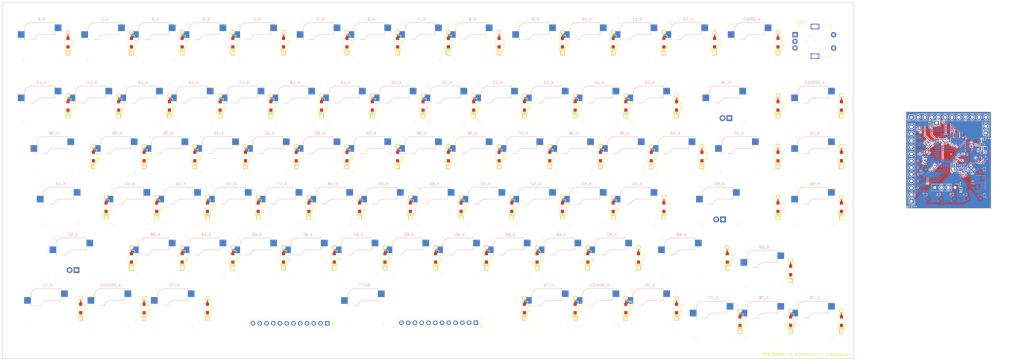
<source format=kicad_pcb>
(kicad_pcb (version 20211014) (generator pcbnew)
  (layers (0 "F.Cu" signal) (31 "B.Cu" signal) (34 "B.Paste" user) (35 "F.Paste" user) (36 "B.SilkS" user "B.Silkscreen") (37 "F.SilkS" user "F.Silkscreen") (38 "B.Mask" user) (39 "F.Mask" user) (44 "Edge.Cuts" user))
  (net 0 "")
  (net 1 "GND")
  (net 2 "VCC")
  (net 3 "/col0")
  (net 4 "/col1")
  (net 5 "/col2")
  (net 6 "/col3")
  (net 7 "/col4")
  (net 8 "/col5")
  (net 9 "/col6")
  (net 10 "/col7")
  (net 11 "/col8")
  (net 12 "/col9")
  (net 13 "/col10")
  (net 14 "/col11")
  (net 15 "/col12")
  (net 16 "/col13")
  (net 17 "/col14")
  (net 18 "/col15")
  (net 19 "/row0")
  (net 20 "/row1")
  (net 21 "/row2")
  (net 22 "/row3")
  (net 23 "/row4")
  (net 24 "/row5")
  (net 25 "/row6")
  (net 26 "Net-(D_0-Pad2)")
  (net 27 "Net-(D_1-Pad2)")
  (net 28 "Net-(D_2-Pad2)")
  (net 29 "Net-(D_3-Pad2)")
  (net 30 "Net-(D_4-Pad2)")
  (net 31 "Net-(D_5-Pad2)")
  (net 32 "Net-(D_6-Pad2)")
  (net 33 "Net-(D_7-Pad2)")
  (net 34 "Net-(D_8-Pad2)")
  (net 35 "Net-(D_9-Pad2)")
  (net 36 "Net-(D_10-Pad2)")
  (net 37 "Net-(D_11-Pad2)")
  (net 38 "Net-(D_12-Pad2)")
  (net 39 "Net-(D_SPACE-Pad2)")
  (net 40 "Net-(D_13-Pad2)")
  (net 41 "Net-(D_14-Pad2)")
  (net 42 "Net-(D_15-Pad2)")
  (net 43 "Net-(D_16-Pad2)")
  (net 44 "Net-(D_17-Pad2)")
  (net 45 "Net-(D_18-Pad2)")
  (net 46 "Net-(D_19-Pad2)")
  (net 47 "Net-(D_20-Pad2)")
  (net 48 "Net-(D_21-Pad2)")
  (net 49 "Net-(D_22-Pad2)")
  (net 50 "Net-(D_23-Pad2)")
  (net 51 "Net-(D_24-Pad2)")
  (net 52 "Net-(D_25-Pad2)")
  (net 53 "Net-(D_26-Pad2)")
  (net 54 "Net-(D_SPACE2-Pad2)")
  (net 55 "Net-(D_28-Pad2)")
  (net 56 "Net-(D_29-Pad2)")
  (net 57 "Net-(D_30-Pad2)")
  (net 58 "Net-(D_31-Pad2)")
  (net 59 "Net-(D_32-Pad2)")
  (net 60 "Net-(D_33-Pad2)")
  (net 61 "Net-(D_34-Pad2)")
  (net 62 "Net-(D_35-Pad2)")
  (net 63 "Net-(D_36-Pad2)")
  (net 64 "Net-(D_37-Pad2)")
  (net 65 "Net-(D_38-Pad2)")
  (net 66 "Net-(D_39-Pad2)")
  (net 67 "Net-(D_40-Pad2)")
  (net 68 "Net-(D_41-Pad2)")
  (net 69 "Net-(D_42-Pad2)")
  (net 70 "Net-(D_43-Pad2)")
  (net 71 "Net-(D_44-Pad2)")
  (net 72 "Net-(D_45-Pad2)")
  (net 73 "Net-(D_46-Pad2)")
  (net 74 "Net-(D_47-Pad2)")
  (net 75 "Net-(D_48-Pad2)")
  (net 76 "Net-(D_49-Pad2)")
  (net 77 "Net-(D_50-Pad2)")
  (net 78 "Net-(D_51-Pad2)")
  (net 79 "Net-(D_52-Pad2)")
  (net 80 "Net-(D_53-Pad2)")
  (net 81 "Net-(D_54-Pad2)")
  (net 82 "Net-(D_55-Pad2)")
  (net 83 "Net-(D_56-Pad2)")
  (net 84 "Net-(D_57-Pad2)")
  (net 85 "Net-(D_58-Pad2)")
  (net 86 "Net-(D_59-Pad2)")
  (net 87 "Net-(D_60-Pad2)")
  (net 88 "Net-(D_61-Pad2)")
  (net 89 "Net-(D_62-Pad2)")
  (net 90 "Net-(D_63-Pad2)")
  (net 91 "Net-(D_64-Pad2)")
  (net 92 "Net-(D_65-Pad2)")
  (net 93 "Net-(D_66-Pad2)")
  (net 94 "Net-(D_67-Pad2)")
  (net 95 "Net-(D_68-Pad2)")
  (net 96 "Net-(D_71-Pad2)")
  (net 97 "Net-(D_SPACE3-Pad2)")
  (net 98 "Net-(D_73-Pad2)")
  (net 99 "Net-(D_74-Pad2)")
  (net 100 "Net-(D_75-Pad2)")
  (net 101 "Net-(D_SPACE4-Pad2)")
  (net 102 "Net-(D_76-Pad2)")
  (net 103 "Net-(D_69-Pad2)")
  (net 104 "Net-(D_77-Pad2)")
  (net 105 "Net-(D_78-Pad2)")
  (net 106 "Net-(D_79-Pad2)")
  (net 107 "Net-(C1-Pad1)")
  (net 108 "Net-(C2-Pad1)")
  (net 109 "Net-(R1-Pad1)")
  (net 110 "Net-(R2-Pad1)")
  (net 111 "Net-(R3-Pad1)")
  (net 112 "Net-(R4-Pad1)")
  (net 113 "Net-(USB1-Pad2)")
  (net 114 "Net-(USB1-Pad3)")
  (net 115 "Net-(C3-Pad1)")
  (net 116 "Net-(U1-Pad1)")
  (net 117 "Net-(U1-Pad7)")
  (net 118 "Net-(U1-Pad42)")
  (net 119 "Net-(U1-Pad43)")
  (net 120 "Net-(U1-Pad44)")
  (footprint "keyswitches:Kailh_socket_MX" (layer "F.Cu") (at 216.57 238.97)
    (fp_text reference "K_59")
    (fp_text value "KEYSW")
  )
  (footprint "keyswitches:Kailh_socket_MX" (layer "F.Cu") (at 197.52 158.0075)
    (fp_text reference "K_2")
    (fp_text value "KEYSW")
  )
  (footprint "keyboard_parts:D_SOD123_axial" (layer "F.Cu") (at 259.9325 182.32 90)
    (fp_text reference "D_18")
    (fp_text value "D" hide)
  )
  (footprint "keyswitches:Kailh_socket_MX" (layer "F.Cu") (at 235.62 238.97)
    (fp_text reference "K_60")
    (fp_text value "KEYSW")
  )
  (footprint "keyboard_parts:D_SOD123_axial" (layer "F.Cu") (at 164.6825 158.5075 90)
    (fp_text reference "D_0")
    (fp_text value "D" hide)
  )
  (footprint "keyboard_parts:D_SOD123_axial" (layer "F.Cu") (at 378.995 239.47 90)
    (fp_text reference "D_67")
    (fp_text value "D" hide)
  )
  (footprint "keyswitches:Kailh_socket_MX" (layer "F.Cu") (at 395.16375 238.97)
    (fp_text reference "K_68")
    (fp_text value "KEYSW")
  )
  (footprint "keyboard_parts:D_SOD123_axial" (layer "F.Cu") (at 431.3825 158.5075 90)
    (fp_text reference "D_SPACE")
    (fp_text value "D" hide)
  )
  (footprint "keyboard_parts:D_SOD123_axial" (layer "F.Cu") (at 355.1825 258.52 90)
    (fp_text reference "D_75")
    (fp_text value "D" hide)
  )
  (footprint "keyboard_parts:D_SOD123_axial" (layer "F.Cu") (at 307.5575 158.5075 90)
    (fp_text reference "D_7")
    (fp_text value "D" hide)
  )
  (footprint "keyswitches:Kailh_socket_MX" (layer "F.Cu") (at 345.1575 258.02)
    (fp_text reference "K_75")
    (fp_text value "KEYSW")
  )
  (footprint "keyboard_parts:D_SOD123_axial" (layer "F.Cu") (at 431.3825 220.42 90)
    (fp_text reference "D_55")
    (fp_text value "D" hide)
  )
  (footprint "keyboard_parts:D_SOD123_axial" (layer "F.Cu") (at 407.57 158.5075 90)
    (fp_text reference "D_12")
    (fp_text value "D" hide)
  )
  (footprint "keyswitches:Kailh_socket_MX" (layer "F.Cu") (at 359.445 158.0075)
    (fp_text reference "K_10")
    (fp_text value "KEYSW")
  )
  (footprint "keyswitches:Kailh_socket_MX" (layer "F.Cu") (at 316.5825 200.87)
    (fp_text reference "K_36")
    (fp_text value "KEYSW")
  )
  (footprint "keyboard_parts:D_SOD123_axial" (layer "F.Cu") (at 312.32 220.42 90)
    (fp_text reference "D_50")
    (fp_text value "D" hide)
  )
  (footprint "keyboard_parts:D_SOD123_axial" (layer "F.Cu") (at 188.495 158.5075 90)
    (fp_text reference "D_1")
    (fp_text value "D" hide)
  )
  (footprint "keyboard_parts:D_SOD123_axial" (layer "F.Cu") (at 317.0825 182.32 90)
    (fp_text reference "D_21")
    (fp_text value "D" hide)
  )
  (footprint "keyboard_parts:D_SOD123_axial" (layer "F.Cu") (at 278.9825 182.32 90)
    (fp_text reference "D_19")
    (fp_text value "D" hide)
  )
  (footprint "keyswitches:Kailh_socket_MX" (layer "F.Cu") (at 445.17 219.92)
    (fp_text reference "K_56")
    (fp_text value "KEYSW")
  )
  (footprint "keyboard_parts:D_SOD123_axial" (layer "F.Cu") (at 217.07 220.42 90)
    (fp_text reference "D_45")
    (fp_text value "D" hide)
  )
  (footprint "keyswitches:Kailh_socket_MX" (layer "F.Cu") (at 383.2575 181.82)
    (fp_text reference "K_25")
    (fp_text value "KEYSW")
  )
  (footprint "keyboard_parts:D_SOD123_axial" (layer "F.Cu") (at 369.47 220.42 90)
    (fp_text reference "D_53")
    (fp_text value "D" hide)
  )
  (footprint "keyboard_parts:D_SOD123_axial" (layer "F.Cu") (at 455.195 182.32 90)
    (fp_text reference "D_SPACE2")
    (fp_text value "D" hide)
  )
  (footprint "keyboard_parts:D_SOD123_axial" (layer "F.Cu") (at 331.37 220.42 90)
    (fp_text reference "D_51")
    (fp_text value "D" hide)
  )
  (footprint "keyswitches:Kailh_socket_MX" (layer "F.Cu") (at 349.92 238.97)
    (fp_text reference "K_66")
    (fp_text value "KEYSW")
  )
  (footprint "Connector_PinHeader_2.54mm:PinHeader_1x12_P2.54mm_Vertical" (layer "F.Cu") (at 262.08 264.1 -90)
    (fp_text reference "REF**")
    (fp_text value "PinHeader_1x12_P2.54mm_Vertical")
  )
  (footprint "keyboard_parts:D_SOD123_axial" (layer "F.Cu") (at 250.4075 201.37 90)
    (fp_text reference "D_32")
    (fp_text value "D" hide)
  )
  (footprint "keyswitches:Kailh_socket_MX" (layer "F.Cu") (at 368.97 238.97)
    (fp_text reference "K_67")
    (fp_text value "KEYSW")
  )
  (footprint "keyboard_parts:D_SOD123_axial" (layer "F.Cu") (at 293.27 220.42 90)
    (fp_text reference "D_49")
    (fp_text value "D" hide)
  )
  (footprint "keyswitches:Kailh_socket_MX" (layer "F.Cu") (at 183.2325 200.87)
    (fp_text reference "K_29")
    (fp_text value "KEYSW")
  )
  (footprint "keyboard_parts:D_SOD123_axial" (layer "F.Cu") (at 202.7825 182.32 90)
    (fp_text reference "D_15")
    (fp_text value "D" hide)
  )
  (footprint "keyboard_parts:D_SOD123_axial" (layer "F.Cu") (at 326.6075 201.37 90)
    (fp_text reference "D_36")
    (fp_text value "D" hide)
  )
  (footprint "keyswitches:Kailh_socket_MX" (layer "F.Cu") (at 416.595 200.87)
    (fp_text reference "K_41")
    (fp_text value "KEYSW")
  )
  (footprint "keyboard_parts:D_SOD123_axial" (layer "F.Cu") (at 340.895 239.47 90)
    (fp_text reference "D_65")
    (fp_text value "D" hide)
  )
  (footprint "keyboard_parts:D_SOD123_axial" (layer "F.Cu") (at 355.1825 182.32 90)
    (fp_text reference "D_23")
    (fp_text value "D" hide)
  )
  (footprint "keyboard_parts:D_SOD123_axial" (layer "F.Cu") (at 307.5575 201.37 90)
    (fp_text reference "D_35")
    (fp_text value "D" hide)
  )
  (footprint "keyswitches:Kailh_socket_MX" (layer "F.Cu") (at 161.80125 219.92)
    (fp_text reference "K_43")
    (fp_text value "KEYSW")
  )
  (footprint "keyswitches:Kailh_socket_MX" (layer "F.Cu") (at 330.87 238.97)
    (fp_text reference "K_65")
    (fp_text value "KEYSW")
  )
  (footprint "keyswitches:Kailh_socket_MX" (layer "F.Cu") (at 340.395 219.92)
    (fp_text reference "K_52")
    (fp_text value "KEYSW")
  )
  (footprint "keyboard_parts:D_SOD123_axial" (layer "F.Cu") (at 345.6575 201.37 90)
    (fp_text reference "D_37")
    (fp_text value "D" hide)
  )
  (footprint "keyboard_parts:D_SOD123_axial" (layer "F.Cu") (at 269.4575 201.37 90)
    (fp_text reference "D_33")
    (fp_text value "D" hide)
  )
  (footprint "keyboard_parts:D_SOD123_axial" (layer "F.Cu") (at 236.12 220.42 90)
    (fp_text reference "D_46")
    (fp_text value "D" hide)
  )
  (footprint "keyswitches:Kailh_socket_MX" (layer "F.Cu") (at 273.72 238.97)
    (fp_text reference "K_62")
    (fp_text value "KEYSW")
  )
  (footprint "keyswitches:Kailh_socket_MX" (layer "F.Cu") (at 254.67 238.97)
    (fp_text reference "K_61")
    (fp_text value "KEYSW")
  )
  (footprint "keyswitches:Kailh_socket_MX" (layer "F.Cu") (at 340.395 158.0075)
    (fp_text reference "K_9")
    (fp_text value "KEYSW")
  )
  (footprint "keyboard_parts:D_SOD123_axial" (layer "F.Cu") (at 359.945 239.47 90)
    (fp_text reference "D_66")
    (fp_text value "D" hide)
  )
  (footprint "keyboard_parts:D_SOD123_axial" (layer "F.Cu") (at 212.3075 201.37 90)
    (fp_text reference "D_30")
    (fp_text value "D" hide)
  )
  (footprint "keyswitches:Kailh_socket_MX" (layer "F.Cu") (at 407.07 262.7825)
    (fp_text reference "K_77")
    (fp_text value "KEYSW")
  )
  (footprint "keyboard_parts:D_SOD123_axial" (layer "F.Cu") (at 198.02 220.42 90)
    (fp_text reference "D_44")
    (fp_text value "D" hide)
  )
  (footprint "keyswitches:Kailh_socket_MX" (layer "F.Cu") (at 192.7575 181.82)
    (fp_text reference "K_15")
    (fp_text value "KEYSW")
  )
  (footprint "keyswitches:Kailh_socket_MX" (layer "F.Cu") (at 326.1075 181.82)
    (fp_text reference "K_22")
    (fp_text value "KEYSW")
  )
  (footprint "keyboard_parts:D_SOD123_axial" (layer "F.Cu") (at 326.6075 158.5075 90)
    (fp_text reference "D_8")
    (fp_text value "D" hide)
  )
  (footprint "keyswitches:Kailh_socket_MX" (layer "F.Cu") (at 292.77 238.97)
    (fp_text reference "K_63")
    (fp_text value "KEYSW")
  )
  (footprint "Connector_PinHeader_2.54mm:PinHeader_1x04_P2.54mm_Vertical" (layer "F.Cu") (at 497.88 213.0175 -90)
    (fp_text reference "REF**")
    (fp_text value "PinHeader_1x04_P2.54mm_Vertical")
  )
  (footprint "keyswitches:Kailh_socket_MX" (layer "F.Cu") (at 335.6325 200.87)
    (fp_text reference "K_37")
    (fp_text value "KEYSW")
  )
  (footprint "keyboard_parts:D_SOD123_axial" (layer "F.Cu") (at 226.595 239.47 90)
    (fp_text reference "D_59")
    (fp_text value "D" hide)
  )
  (footprint "keyboard_parts:D_SOD123_axial" (layer "F.Cu") (at 393.2825 258.52 90)
    (fp_text reference "D_76")
    (fp_text value "D" hide)
  )
  (footprint "keyboard_parts:D_SOD123_axial" (layer "F.Cu") (at 217.07 258.52 90)
    (fp_text reference "D_73")
    (fp_text value "D" hide)
  )
  (footprint "keyswitches:Kailh_socket_MX" (layer "F.Cu") (at 268.9575 181.82)
    (fp_text reference "K_19")
    (fp_text value "KEYSW")
  )
  (footprint "keyboard_parts:D_SOD123_axial" (layer "F.Cu") (at 183.7325 182.32 90)
    (fp_text reference "D_14")
    (fp_text value "D" hide)
  )
  (footprint "keyswitches:Kailh_socket_MX" (layer "F.Cu") (at 378.495 158.0075)
    (fp_text reference "K_11")
    (fp_text value "KEYSW")
  )
  (footprint "keyswitches:Kailh_socket_MX" (layer "F.Cu") (at 383.2575 258.02)
    (fp_text reference "K_76")
    (fp_text value "KEYSW")
  )
  (footprint "keyboard_parts:D_SOD123_axial" (layer "F.Cu") (at 350.42 158.5075 90)
    (fp_text reference "D_9")
    (fp_text value "D" hide)
  )
  (footprint "keyboard_parts:D_SOD123_axial" (layer "F.Cu") (at 269.4575 158.5075 90)
    (fp_text reference "D_5")
    (fp_text value "D" hide)
  )
  (footprint "keyboard_parts:D_SOD123_axial" (layer "F.Cu") (at 288.5075 201.37 90)
    (fp_text reference "D_34")
    (fp_text value "D" hide)
  )
  (footprint "keyswitches:Kailh_socket_MX" (layer "F.Cu") (at 211.8075 181.82)
    (fp_text reference "K_16")
    (fp_text value "KEYSW")
  )
  (footprint "keyswitches:Kailh_socket_MX" (layer "F.Cu") (at 202.2825 200.87)
    (fp_text reference "K_30")
    (fp_text value "KEYSW")
  )
  (footprint "keyboard_parts:D_SOD123_axial" (layer "F.Cu") (at 412.3325 239.47 90)
    (fp_text reference "D_68")
    (fp_text value "D" hide)
  )
  (footprint "keyboard_parts:D_SOD123_axial" (layer "F.Cu") (at 245.645 239.47 90)
    (fp_text reference "D_60")
    (fp_text value "D" hide)
  )
  (footprint "keyswitches:Kailh_socket_MX" (layer "F.Cu") (at 373.7325 200.87)
    (fp_text reference "K_39")
    (fp_text value "KEYSW")
  )
  (footprint "keyswitches:Kailh_socket_MX" (layer "F.Cu") (at 426.12 262.7825)
    (fp_text reference "K_78")
    (fp_text value "KEYSW")
  )
  (footprint "Connector_PinHeader_2.54mm:PinHeader_1x01_P2.54mm_Vertical" (layer "F.Cu") (at 490.93 188.75 90)
    (fp_text reference "REF**")
    (fp_text value "PinHeader_1x01_P2.54mm_Vertical")
  )
  (footprint "keyboard_parts:D_SOD123_axial" (layer "F.Cu") (at 169.445 258.52 90)
    (fp_text reference "D_71")
    (fp_text value "D" hide)
  )
  (footprint "keyswitches:Kailh_socket_MX" (layer "F.Cu") (at 311.82 238.97)
    (fp_text reference "K_64")
    (fp_text value "KEYSW")
  )
  (footprint "keyboard_parts:D_SOD123_axial" (layer "F.Cu") (at 288.5075 158.5075 90)
    (fp_text reference "D_6")
    (fp_text value "D" hide)
  )
  (footprint "keyswitches:Kailh_socket_MX" (layer "F.Cu") (at 445.17 262.7825)
    (fp_text reference "K_79")
    (fp_text value "KEYSW")
  )
  (footprint "keyswitches:Kailh_socket_MX" (layer "F.Cu") (at 235.62 158.0075)
    (fp_text reference "K_4")
    (fp_text value "KEYSW")
  )
  (footprint "keyboard_parts:D_SOD123_axial" (layer "F.Cu") (at 178.97 220.42 90)
    (fp_text reference "D_43")
    (fp_text value "D" hide)
  )
  (footprint "keyboard_parts:D_SOD123_axial" (layer "F.Cu") (at 350.42 220.42 90)
    (fp_text reference "D_52")
    (fp_text value "D" hide)
  )
  (footprint "keyboard_parts:D_SOD123_axial" (layer "F.Cu") (at 264.695 239.47 90)
    (fp_text reference "D_61")
    (fp_text value "D" hide)
  )
  (footprint "keyboard_parts:D_SOD123_axial" (layer "F.Cu") (at 174.2075 201.37 90)
    (fp_text reference "D_28")
    (fp_text value "D" hide)
  )
  (footprint "keyboard_parts:D_SOD123_axial" (layer "F.Cu") (at 298.0325 182.32 90)
    (fp_text reference "D_20")
    (fp_text value "D" hide)
  )
  (footprint "keyboard_parts:D_SOD123_axial" (layer "F.Cu") (at 431.3825 201.37 90)
    (fp_text reference "D_41")
    (fp_text value "D" hide)
  )
  (footprint "keyboard_parts:D_SOD123_axial" (layer "F.Cu") (at 336.1325 182.32 90)
    (fp_text reference "D_22")
    (fp_text value "D" hide)
  )
  (footprint "keyboard_parts:D_SOD123_axial" (layer "F.Cu") (at 274.22 220.42 90)
    (fp_text reference "D_48")
    (fp_text value "D" hide)
  )
  (footprint "marbastlib-mx:STAB_MX_6.25u" (layer "F.Cu") (at 276.10125 258.02)
    (fp_text reference "K_74" hide)
    (fp_text value "KEYSW")
  )
  (footprint "keyswitches:Kailh_socket_MX" (layer "F.Cu") (at 154.6575 181.82)
    (fp_text reference "K_13")
    (fp_text value "KEYSW")
  )
  (footprint "keyboard_parts:D_SOD123_axial" (layer "F.Cu") (at 364.7075 201.37 90)
    (fp_text reference "D_38")
    (fp_text value "D" hide)
  )
  (footprint "keyswitches:Kailh_socket_MX" (layer "F.Cu") (at 221.3325 200.87)
    (fp_text reference "K_31")
    (fp_text value "KEYSW")
  )
  (footprint "keyswitches:Kailh_socket_MX" (layer "F.Cu") (at 173.7075 181.82)
    (fp_text reference "K_14")
    (fp_text value "KEYSW")
  )
  (footprint "keyswitches:Kailh_socket_MX" (layer "F.Cu") (at 359.445 219.92)
    (fp_text reference "K_53")
    (fp_text value "KEYSW")
  )
  (footprint "keyswitches:Kailh_socket_MX" (layer "F.Cu") (at 283.245 219.92)
    (fp_text reference "K_49")
    (fp_text value "KEYSW")
  )
  (footprint "keyboard_parts:D_SOD123_axial" (layer "F.Cu") (at 374.2325 182.32 90)
    (fp_text reference "D_24")
    (fp_text value "D" hide)
  )
  (footprint "keyswitches:Kailh_socket_MX" (layer "F.Cu") (at 259.4325 158.0075)
    (fp_text reference "K_5")
    (fp_text value "KEYSW")
  )
  (footprint "keyswitches:Kailh_socket_MX" (layer "F.Cu") (at 259.4325 200.87)
    (fp_text reference "K_33")
    (fp_text value "KEYSW")
  )
  (footprint "keyswitches:Kailh_socket_MX" (layer "F.Cu") (at 249.9075 181.82)
    (fp_text reference "K_18")
    (fp_text value "KEYSW")
  )
  (footprint "keyboard_parts:D_SOD123_axial" (layer "F.Cu") (at 393.2825 182.32 90)
    (fp_text reference "D_25")
    (fp_text value "D" hide)
  )
  (footprint "keyboard_parts:D_SOD123_axial" (layer "F.Cu") (at 193.2575 258.52 90)
    (fp_text reference "D_SPACE3")
    (fp_text value "D" hide)
  )
  (footprint "keyboard_parts:D_SOD123_axial" (layer "F.Cu") (at 188.495 239.47 90)
    (fp_text reference "D_57")
    (fp_text value "D" hide)
  )
  (footprint "keyswitches:Kailh_socket_MX" (layer "F.Cu") (at 187.995 219.92)
    (fp_text reference "K_44")
    (fp_text value "KEYSW")
  )
  (footprint "keyswitches:Kailh_socket_MX" (layer "F.Cu") (at 180.85125 258.02)
    (fp_text reference "K_SPACE3")
    (fp_text value "KEYSW")
  )
  (footprint "keyboard_parts:D_SOD123_axial" (layer "F.Cu") (at 417.095 263.2825 90)
    (fp_text reference "D_77")
    (fp_text value "D" hide)
  )
  (footprint "keyswitches:Kailh_socket_MX" (layer "F.Cu") (at 397.545 158.0075)
    (fp_text reference "K_12")
    (fp_text value "KEYSW")
  )
  (footprint "keyboard_parts:D_SOD123_axial" (layer "F.Cu") (at 388.52 158.5075 90)
    (fp_text reference "D_11")
    (fp_text value "D" hide)
  )
  (footprint "Keebio-Parts:RotaryEncoder_Alps_EC11E-Switch_Vertical_H20mm" (layer "F.Cu") (at 445.28 158.05)
    (fp_text reference "SWR1")
    (fp_text value "Rotary_Encoder_Switch")
  )
  (footprint "keyboard_parts:D_SOD123_axial" (layer "F.Cu") (at 231.3575 201.37 90)
    (fp_text reference "D_31")
    (fp_text value "D" hide)
  )
  (footprint "keyswitches:Kailh_socket_MX" (layer "F.Cu") (at 178.47 158.0075)
    (fp_text reference "K_1")
    (fp_text value "KEYSW")
  )
  (footprint "keyboard_parts:D_SOD123_axial" (layer "F.Cu") (at 207.545 158.5075 90)
    (fp_text reference "D_2")
    (fp_text value "D" hide)
  )
  (footprint "keyboard_parts:D_SOD123_axial" (layer "F.Cu") (at 321.845 239.47 90)
    (fp_text reference "D_64")
    (fp_text value "D" hide)
  )
  (footprint "keyswitches:Kailh_socket_MX" (layer "F.Cu") (at 226.095 219.92)
    (fp_text reference "K_46")
    (fp_text value "KEYSW")
  )
  (footprint "keyswitches:Kailh_socket_MX_led stab" (layer "F.Cu") (at 166.56375 238.97)
    (fp_text reference "K_57")
    (fp_text value "KEYSW")
  )
  (footprint "keyswitches:Kailh_socket_MX" (layer "F.Cu") (at 278.4825 158.0075)
    (fp_text reference "K_6")
    (fp_text value "KEYSW")
  )
  (footprint "keyboard_parts:D_SOD123_axial" (layer "F.Cu") (at 402.8075 201.37 90)
    (fp_text reference "D_40")
    (fp_text value "D" hide)
  )
  (footprint "Connector_PinHeader_2.54mm:PinHeader_1x02_P2.54mm_Vertical" (layer "F.Cu") (at 509.43 192.52 180)
    (fp_text reference "REF**")
    (fp_text value "PinHeader_1x02_P2.54mm_Vertical")
  )
  (footprint "keyboard_parts:D_SOD123_axial" (layer "F.Cu") (at 455.195 201.37 90)
    (fp_text reference "D_42")
    (fp_text value "D" hide)
  )
  (footprint "keyboard_parts:D_SOD123_axial" (layer "F.Cu") (at 369.47 158.5075 90)
    (fp_text reference "D_10")
    (fp_text value "D" hide)
  )
  (footprint "keyswitches:Kailh_socket_MX" (layer "F.Cu") (at 421.3575 158.0075)
    (fp_text reference "K_SPACE")
    (fp_text value "KEYSW")
  )
  (footprint "keyboard_parts:D_SOD123_axial" (layer "F.Cu") (at 221.8325 182.32 90)
    (fp_text reference "D_16")
    (fp_text value "D" hide)
  )
  (footprint "keyswitches:Kailh_socket_MX" (layer "F.Cu") (at 216.57 158.0075)
    (fp_text reference "K_3")
    (fp_text value "KEYSW")
  )
  (footprint "keyboard_parts:D_SOD123_axial" (layer "F.Cu") (at 374.2325 258.52 90)
    (fp_text reference "D_SPACE4")
    (fp_text value "D" hide)
  )
  (footprint "keyswitches:Kailh_socket_MX" (layer "F.Cu") (at 159.42 200.87)
    (fp_text reference "K_28")
    (fp_text value "KEYSW")
  )
  (footprint "keyboard_parts:D_SOD123_axial" (layer "F.Cu") (at 302.795 239.47 90)
    (fp_text reference "D_63")
    (fp_text value "D" hide)
  )
  (footprint "keyswitches:Kailh_socket_MX" (layer "F.Cu") (at 364.2075 258.02)
    (fp_text reference "K_SPACE4")
    (fp_text value "KEYSW")
  )
  (footprint "keyswitches:Kailh_socket_MX" (layer "F.Cu") (at 321.345 219.92)
    (fp_text reference "K_51")
    (fp_text value "KEYSW")
  )
  (footprint "keyboard_parts:D_SOD123_axial" (layer "F.Cu") (at 336.1325 258.52 90)
    (fp_text reference "D_74")
    (fp_text value "D" hide)
  )
  (footprint "keyswitches:Kailh_socket_MX" (layer "F.Cu") (at 445.17 200.87)
    (fp_text reference "K_42")
    (fp_text value "KEYSW")
  )
  (footprint "keyboard_parts:D_SOD123_axial" (layer "F.Cu") (at 240.8825 182.32 90)
    (fp_text reference "D_17")
    (fp_text value "D" hide)
  )
  (footprint "keyboard_parts:D_SOD123_axial" (layer "F.Cu") (at 164.6825 182.32 90)
    (fp_text reference "D_13")
    (fp_text value "D" hide)
  )
  (footprint "keyboard_parts:D_SOD123_axial" (layer "F.Cu") (at 226.595 158.5075 90)
    (fp_text reference "D_3")
    (fp_text value "D" hide)
  )
  (footprint "keyswitches:Kailh_socket_MX" (layer "F.Cu") (at 354.6825 200.87)
    (fp_text reference "K_38")
    (fp_text value "KEYSW")
  )
  (footprint "keyswitches:Kailh_socket_MX" (layer "F.Cu") (at 288.0075 181.82)
    (fp_text reference "K_20")
    (fp_text value "KEYSW")
  )
  (footprint "keyboard_parts:D_SOD123_axial" (layer "F.Cu") (at 455.195 220.42 90)
    (fp_text reference "D_56")
    (fp_text value "D" hide)
  )
  (footprint "Connector_PinHeader_2.54mm:PinHeader_1x12_P2.54mm_Vertical" (layer "F.Cu") (at 481.5 186.6075 90)
    (fp_text reference "REF**")
    (fp_text value "PinHeader_1x12_P2.54mm_Vertical")
  )
  (footprint "keyswitches:Kailh_socket_MX" (layer "F.Cu") (at 276.07 258.06)
    (fp_text reference "REF**")
    (fp_text value "Kailh_socket_MX")
  )
  (footprint "keyswitches:Kailh_socket_MX_led stab" (layer "F.Cu") (at 411.8325 181.82)
    (fp_text reference "K_26")
    (fp_text value "KEYSW")
  )
  (footprint "keyswitches:Kailh_socket_MX" (layer "F.Cu") (at 302.295 219.92)
    (fp_text reference "K_50")
    (fp_text value "KEYSW")
  )
  (footprint "keyboard_parts:D_SOD123_axial" (layer "F.Cu") (at 431.3825 182.32 90)
    (fp_text reference "D_26")
    (fp_text value "D" hide)
  )
  (footprint "keyswitches:Kailh_socket_MX" (layer "F.Cu") (at 345.1575 181.82)
    (fp_text reference "K_23")
    (fp_text value "KEYSW")
  )
  (footprint "keyboard_parts:D_SOD123_axial" (layer "F.Cu") (at 193.2575 201.37 90)
    (fp_text reference "D_29")
    (fp_text value "D" hide)
  )
  (footprint "keyboard_parts:D_SOD123_axial" (layer "F.Cu") (at 455.195 263.2825 90)
    (fp_text reference "D_79")
    (fp_text value "D" hide)
  )
  (footprint "keyswitches:Kailh_socket_MX" (layer "F.Cu") (at 378.495 219.92)
    (fp_text reference "K_54")
    (fp_text value "KEYSW")
  )
  (footprint "keyswitches:Kailh_socket_MX" (layer "F.Cu") (at 364.2075 181.82)
    (fp_text reference "K_24")
    (fp_text value "KEYSW")
  )
  (footprint "keyswitches:Kailh_socket_MX" (layer "F.Cu") (at 297.5325 200.87)
    (fp_text reference "K_35")
    (fp_text value "KEYSW")
  )
  (footprint "keyswitches:Kailh_socket_MX" (layer "F.Cu") (at 157.03875 258.02)
    (fp_text reference "K_71")
    (fp_text value "KEYSW")
  )
  (footprint "keyswitches:Kailh_socket_MX" (layer "F.Cu") (at 426.12 243.7325)
    (fp_text reference "K_69")
    (fp_text value "KEYSW")
  )
  (footprint "keyswitches:Kailh_socket_MX" (layer "F.Cu") (at 204.66375 258.02)
    (fp_text reference "K_73")
    (fp_text value "KEYSW")
  )
  (footprint "keyswitches:Kailh_socket_MX" (layer "F.Cu") (at 264.195 219.92)
    (fp_text reference "K_48")
    (fp_text value "KEYSW")
  )
  (footprint "Connector_PinHeader_2.54mm:PinHeader_1x12_P2.54mm_Vertical" (layer "F.Cu") (at 481.51 218.2075 180)
    (fp_text reference "REF**")
    (fp_text value "PinHeader_1x12_P2.54mm_Vertical")
  )
  (footprint "keyswitches:Kailh_socket_MX" (layer "F.Cu") (at 307.0575 181.82)
    (fp_text reference "K_21")
    (fp_text value "KEYSW")
  )
  (footprint "keyboard_parts:D_SOD123_axial" (layer "F.Cu") (at 383.7575 201.37 90)
    (fp_text reference "D_39")
    (fp_text value "D" hide)
  )
  (footprint "keyswitches:Kailh_socket_MX" (layer "F.Cu") (at 278.4825 200.87)
    (fp_text reference "K_34")
    (fp_text value "KEYSW")
  )
  (footprint "keyboard_parts:D_SOD123_axial" (layer "F.Cu") (at 283.745 239.47 90)
    (fp_text reference "D_62")
    (fp_text value "D" hide)
  )
  (footprint "Connector_PinHeader_2.54mm:PinHeader_1x12_P2.54mm_Vertical" (layer "F.Cu") (at 317.88 263.9 -90)
    (fp_text reference "REF**")
    (fp_text value "PinHeader_1x12_P2.54mm_Vertical")
  )
  (footprint "keyboard_parts:D_SOD123_axial" (layer "F.Cu") (at 436.145 244.2325 90)
    (fp_text reference "D_69")
    (fp_text value "D" hide)
  )
  (footprint "keyboard_parts:D_SOD123_axial" (layer "F.Cu") (at 436.145 263.2825 90)
    (fp_text reference "D_78")
    (fp_text value "D" hide)
  )
  (footprint "keyswitches:Kailh_socket_MX" (layer "F.Cu") (at 154.6575 158.0075)
    (fp_text reference "K_0")
    (fp_text value "KEYSW")
  )
  (footprint "keyswitches:Kailh_socket_MX" (layer "F.Cu") (at 445.17 181.82)
    (fp_text reference "K_SPACE2")
    (fp_text value "KEYSW")
  )
  (footprint "keyswitches:Kailh_socket_MX" (layer "F.Cu") (at 197.52 238.97)
    (fp_text reference "K_58")
    (fp_text value "KEYSW")
  )
  (footprint "keyswitches:Kailh_socket_MX" (layer "F.Cu") (at 240.3825 200.87)
    (fp_text reference "K_32")
    (fp_text value "KEYSW")
  )
  (footprint "keyswitches:Kailh_socket_MX" (layer "F.Cu") (at 230.8575 181.82)
    (fp_text reference "K_17")
    (fp_text value "KEYSW")
  )
  (footprint "keyswitches:Kailh_socket_MX" (layer "F.Cu") (at 297.5325 158.0075)
    (fp_text reference "K_7")
    (fp_text value "KEYSW")
  )
  (footprint "keyboard_parts:D_SOD123_axial" (layer "F.Cu") (at 207.545 239.47 90)
    (fp_text reference "D_58")
    (fp_text value "D" hide)
  )
  (footprint "keyswitches:Kailh_socket_MX" (layer "F.Cu") (at 316.5825 158.0075)
    (fp_text reference "K_8")
    (fp_text value "KEYSW")
  )
  (footprint "keyswitches:Kailh_socket_MX_led stab" (layer "F.Cu") (at 409.45125 219.92)
    (fp_text reference "K_55")
    (fp_text value "KEYSW")
  )
  (footprint "keyboard_parts:D_SOD123_axial" (layer "F.Cu") (at 388.52 220.42 90)
    (fp_text reference "D_54")
    (fp_text value "D" hide)
  )
  (footprint "keyboard_parts:D_SOD123_axial" (layer "F.Cu") (at 245.645 158.5075 90)
    (fp_text reference "D_4")
    (fp_text value "D" hide)
  )
  (footprint "keyboard_parts:D_SOD123_axial" (layer "F.Cu") (at 255.17 220.42 90)
    (fp_text reference "D_47")
    (fp_text value "D" hide)
  )
  (footprint "keyswitches:Kailh_socket_MX" (layer "F.Cu") (at 207.045 219.92)
    (fp_text reference "K_45")
    (fp_text value "KEYSW")
  )
  (footprint "keyswitches:Kailh_socket_MX" (layer "F.Cu") (at 245.145 219.92)
    (fp_text reference "K_47")
    (fp_text value "KEYSW")
  )
  (footprint "keyswitches:Kailh_socket_MX" (layer "F.Cu") (at 392.7825 200.87)
    (fp_text reference "K_40")
    (fp_text value "KEYSW")
  )
  (footprint "Capacitor_SMD:C_0805_2012Metric_Pad1.15x1.40mm_HandSolder" (layer "B.Cu") (at 486.665 217.3375 180)
    (fp_text reference "C7")
    (fp_text value "22pF")
  )
  (footprint "Capacitor_SMD:C_0805_2012Metric_Pad1.15x1.40mm_HandSolder" (layer "B.Cu") (at 507.33 216.1175 90)
    (fp_text reference "C1")
    (fp_text value "22pF")
  )
  (footprint "Capacitor_SMD:C_0805_2012Metric_Pad1.15x1.40mm_HandSolder" (layer "B.Cu") (at 507.33 206.1175 90)
    (fp_text reference "C2")
    (fp_text value "22pF")
  )
  (footprint "Capacitor_SMD:C_0805_2012Metric_Pad1.15x1.40mm_HandSolder" (layer "B.Cu") (at 501.665 217.3375 180)
    (fp_text reference "C4")
    (fp_text value "22pF")
  )
  (footprint "Resistor_SMD:R_0805_2012Metric_Pad1.15x1.40mm_HandSolder" (layer "B.Cu") (at 486.88 207.2575 -90)
    (fp_text reference "R2")
    (fp_text value "10k")
  )
  (footprint "Capacitor_SMD:C_0805_2012Metric_Pad1.15x1.40mm_HandSolder" (layer "B.Cu") (at 508.16 195.3475)
    (fp_text reference "C3")
    (fp_text value "22pF")
  )
  (footprint "Resistor_SMD:R_0805_2012Metric_Pad1.15x1.40mm_HandSolder" (layer "B.Cu") (at 508.16 202.3475)
    (fp_text reference "R4")
    (fp_text value "22")
  )
  (footprint "Package_QFP:TQFP-44_10x10mm_P0.8mm" (layer "B.Cu") (at 496.8 199.0875 180)
    (fp_text reference "U1")
    (fp_text value "ATMEGA32U4")
  )
  (footprint "Capacitor_SMD:C_0805_2012Metric_Pad1.15x1.40mm_HandSolder" (layer "B.Cu") (at 496.665 217.3375 180)
    (fp_text reference "C5")
    (fp_text value "22pF")
  )
  (footprint "Capacitor_SMD:C_0805_2012Metric_Pad1.15x1.40mm_HandSolder" (layer "B.Cu") (at 491.665 217.3375 180)
    (fp_text reference "C6")
    (fp_text value "22pF")
  )
  (footprint "Resistor_SMD:R_0805_2012Metric_Pad1.15x1.40mm_HandSolder" (layer "B.Cu") (at 508.16 198.3475)
    (fp_text reference "R3")
    (fp_text value "22")
  )
  (footprint "Crystal:Crystal_SMD_5032-4Pin_5.0x3.2mm" (layer "B.Cu") (at 507.33 211.1175 -90)
    (fp_text reference "X1")
    (fp_text value "XTAL_GND")
  )
  (gr_arc (start 459.695 143.4825) (mid 459.695 143.4825) (end 459.695 143.4825) (layer "Edge.Cuts") (width 0.2))
  (gr_rect (start 479.33 221.0175) (end 511.53 184.3675) (layer "Edge.Cuts") (width 0.1) (fill none))
  (gr_line (start 459.695 277.3075) (end 140.1325 277.3075) (layer "Edge.Cuts") (width 0.2))
  (gr_arc (start 140.1325 143.4825) (mid 140.1325 143.4825) (end 140.1325 143.4825) (layer "Edge.Cuts") (width 0.2))
  (gr_line (start 140.1325 143.4825) (end 459.695 143.4825) (layer "Edge.Cuts") (width 0.2))
  (gr_arc (start 459.695 277.3075) (mid 459.695 277.3075) (end 459.695 277.3075) (layer "Edge.Cuts") (width 0.2))
  (gr_line (start 459.695 143.4825) (end 459.695 277.3075) (layer "Edge.Cuts") (width 0.2))
  (gr_arc (start 140.1325 277.3075) (mid 140.1325 277.3075) (end 140.1325 277.3075) (layer "Edge.Cuts") (width 0.2))
  (gr_line (start 140.1325 277.3075) (end 140.1325 143.4825) (layer "Edge.Cuts") (width 0.2))
  (gr_text "PCB Builder by MisterKeebs - mrkeebs.com" (at 459.195 275.8075) (layer "F.SilkS") (effects (font (size 1 1) (thickness 0.3)) (justify right)))
  (segment (start 509.835 192.925) (end 509.43 192.52) (width 0.25) (layer "F.Cu") (net 0))
  (segment (start 500.02 204.66) (end 503.15 204.66) (width 0.25) (layer "F.Cu") (net 0))
  (segment (start 507.27 202.26) (end 507.27 192.14) (width 0.25) (layer "F.Cu") (net 0))
  (segment (start 502.1703 205.9975) (end 502.552449 206.379649) (width 0.25) (layer "F.Cu") (net 0))
  (segment (start 499.7675 205.9975) (end 502.1703 205.9975) (width 0.25) (layer "F.Cu") (net 0))
  (segment (start 507.27 192.14) (end 509.43 189.98) (width 0.25) (layer "F.Cu") (net 0))
  (segment (start 505.63 203.9) (end 507.27 202.26) (width 0.25) (layer "F.Cu") (net 0))
  (segment (start 503.15 204.66) (end 503.91 203.9) (width 0.25) (layer "F.Cu") (net 0))
  (segment (start 503.91 203.9) (end 505.63 203.9) (width 0.25) (layer "F.Cu") (net 0))
  (segment (start 504.38 207.63) (end 509.835 202.175) (width 0.25) (layer "F.Cu") (net 0))
  (segment (start 509.835 202.175) (end 509.835 192.925) (width 0.25) (layer "F.Cu") (net 0))
  (segment (start 498.43 204.66) (end 499.7675 205.9975) (width 0.25) (layer "F.Cu") (net 0))
  (via (at 504.38 207.63) (size 0.8) (drill 0.4) (layers "F.Cu" "B.Cu") (net 0))
  (via (at 500.02 204.66) (size 0.4) (drill 0.2) (layers "F.Cu" "B.Cu") (net 0))
  (via (at 498.43 204.66) (size 0.4) (drill 0.2) (layers "F.Cu" "B.Cu") (net 0))
  (via (at 502.552449 206.379649) (size 0.8) (drill 0.4) (layers "F.Cu" "B.Cu") (net 0))
  (segment (start 503.129649 206.379649) (end 504.38 207.63) (width 0.25) (layer "B.Cu") (net 0))
  (segment (start 502.552449 206.379649) (end 503.129649 206.379649) (width 0.25) (layer "B.Cu") (net 0))
  (segment (start 494.51 196.6045) (end 494.51 198.62) (width 0.25) (layer "F.Cu") (net 2))
  (segment (start 494.51 198.62) (end 496.35 200.46) (width 0.25) (layer "F.Cu") (net 2))
  (via (at 496.35 200.46) (size 0.8) (drill 0.4) (layers "F.Cu" "B.Cu") (net 2))
  (via (at 494.51 196.6045) (size 0.8) (drill 0.4) (layers "F.Cu" "B.Cu") (net 2))
  (segment (start 497.88 213.0175) (end 497.88 217.1475) (width 0.25) (layer "B.Cu") (net 2))
  (segment (start 501.08 218.9475) (end 502.69 217.3375) (width 0.25) (layer "B.Cu") (net 2))
  (segment (start 502.69 217.3375) (end 502.66 217.3075) (width 0.25) (layer "B.Cu") (net 2))
  (segment (start 493.46 218.9475) (end 498.06 218.9475) (width 0.25) (layer "B.Cu") (net 2))
  (segment (start 498.685 202.405) (end 499.2 202.92) (width 0.25) (layer "B.Cu") (net 2))
  (segment (start 502.5 195.8875) (end 501.5 195.8875) (width 0.25) (layer "B.Cu") (net 2))
  (segment (start 497.86 200.68) (end 496.83 201.71) (width 0.25) (layer "B.Cu") (net 2))
  (segment (start 487.69 217.3375) (end 487.66 217.3675) (width 0.25) (layer "B.Cu") (net 2))
  (segment (start 492.8 194.8945) (end 494.51 196.6045) (width 0.25) (layer "B.Cu") (net 2))
  (segment (start 492.69 218.1775) (end 493.46 218.9475) (width 0.25) (layer "B.Cu") (net 2))
  (segment (start 492.69 217.3375) (end 492.69 218.1775) (width 0.25) (layer "B.Cu") (net 2))
  (segment (start 497.69 218.5775) (end 498.06 218.9475) (width 0.25) (layer "B.Cu") (net 2))
  (segment (start 497.88 217.1475) (end 497.69 217.3375) (width 0.25) (layer "B.Cu") (net 2))
  (segment (start 499.2 207.7875) (end 499.2 204.7875) (width 0.25) (layer "B.Cu") (net 2))
  (segment (start 487.66 218.9475) (end 493.46 218.9475) (width 0.25) (layer "B.Cu") (net 2))
  (segment (start 499.2 202.92) (end 499.2 204.7875) (width 0.25) (layer "B.Cu") (net 2))
  (segment (start 496.83 200.94) (end 496.83 201.71) (width 0.25) (layer "B.Cu") (net 2))
  (segment (start 497.86 199.5275) (end 497.86 200.68) (width 0.25) (layer "B.Cu") (net 2))
  (segment (start 496.35 200.46) (end 496.83 200.94) (width 0.25) (layer "B.Cu") (net 2))
  (segment (start 501.5 195.8875) (end 497.86 199.5275) (width 0.25) (layer "B.Cu") (net 2))
  (segment (start 487.66 217.3675) (end 487.66 218.9475) (width 0.25) (layer "B.Cu") (net 2))
  (segment (start 492.8 193.3875) (end 492.8 194.8945) (width 0.25) (layer "B.Cu") (net 2))
  (segment (start 496.135 202.405) (end 498.685 202.405) (width 0.25) (layer "B.Cu") (net 2))
  (segment (start 498.06 218.9475) (end 501.08 218.9475) (width 0.25) (layer "B.Cu") (net 2))
  (segment (start 491.2175 202.405) (end 496.135 202.405) (width 0.25) (layer "B.Cu") (net 2))
  (segment (start 502.66 217.3075) (end 502.66 211.2475) (width 0.25) (layer "B.Cu") (net 2))
  (segment (start 496.83 201.71) (end 496.135 202.405) (width 0.25) (layer "B.Cu") (net 2))
  (segment (start 502.66 211.2475) (end 499.2 207.7875) (width 0.25) (layer "B.Cu") (net 2))
  (segment (start 491.1 202.2875) (end 491.2175 202.405) (width 0.25) (layer "B.Cu") (net 2))
  (segment (start 497.69 217.3375) (end 497.69 218.5775) (width 0.25) (layer "B.Cu") (net 2))
  (segment (start 496.96 203.28) (end 497.56 202.68) (width 0.25) (layer "F.Cu") (net 3))
  (segment (start 500.56 202.68) (end 500.66 202.78) (width 0.25) (layer "F.Cu") (net 3))
  (segment (start 496.66 203.58) (end 496.96 203.28) (width 0.25) (layer "F.Cu") (net 3))
  (segment (start 500.66 202.78) (end 500.66 202.88) (width 0.25) (layer "F.Cu") (net 3))
  (segment (start 497.56 202.68) (end 500.56 202.68) (width 0.25) (layer "F.Cu") (net 3))
  (segment (start 496.66 207.08) (end 496.66 203.58) (width 0.25) (layer "F.Cu") (net 3))
  (via (at 496.66 207.08) (size 0.8) (drill 0.4) (layers "F.Cu" "B.Cu") (net 3))
  (via (at 500.66 202.88) (size 0.8) (drill 0.4) (layers "F.Cu" "B.Cu") (net 3))
  (segment (start 492.56 211.18) (end 496.66 207.08) (width 0.25) (layer "B.Cu") (net 3))
  (segment (start 488.56 212.38) (end 488.56 211.48) (width 0.25) (layer "B.Cu") (net 3))
  (segment (start 500.66 204.6475) (end 500.8 204.7875) (width 0.25) (layer "B.Cu") (net 3))
  (segment (start 486.26 213.78) (end 487.16 213.78) (width 0.25) (layer "B.Cu") (net 3))
  (segment (start 488.56 211.48) (end 488.86 211.18) (width 0.25) (layer "B.Cu") (net 3))
  (segment (start 485.9375 213.78) (end 486.26 213.78) (width 0.25) (layer "B.Cu") (net 3))
  (segment (start 491.66 211.18) (end 492.56 211.18) (width 0.25) (layer "B.Cu") (net 3))
  (segment (start 488.86 211.18) (end 491.66 211.18) (width 0.25) (layer "B.Cu") (net 3))
  (segment (start 487.16 213.78) (end 488.56 212.38) (width 0.25) (layer "B.Cu") (net 3))
  (segment (start 481.51 218.2075) (end 485.9375 213.78) (width 0.25) (layer "B.Cu") (net 3))
  (segment (start 500.66 202.88) (end 500.66 204.6475) (width 0.25) (layer "B.Cu") (net 3))
  (segment (start 484.06 199.58) (end 483.96 199.68) (width 0.25) (layer "F.Cu") (net 4))
  (segment (start 483.96 213.2175) (end 481.51 215.6675) (width 0.25) (layer "F.Cu") (net 4))
  (segment (start 483.96 199.68) (end 483.96 213.2175) (width 0.25) (layer "F.Cu") (net 4))
  (segment (start 489.46 196.98) (end 489.36 196.98) (width 0.25) (layer "F.Cu") (net 4))
  (segment (start 486.76 199.58) (end 484.06 199.58) (width 0.25) (layer "F.Cu") (net 4))
  (segment (start 489.36 196.98) (end 486.76 199.58) (width 0.25) (layer "F.Cu") (net 4))
  (via (at 489.46 196.98) (size 0.8) (drill 0.4) (layers "F.Cu" "B.Cu") (net 4))
  (segment (start 491.1 196.6875) (end 489.7525 196.6875) (width 0.25) (layer "B.Cu") (net 4))
  (segment (start 489.7525 196.6875) (end 489.46 196.98) (width 0.25) (layer "B.Cu") (net 4))
  (segment (start 491.46 204.68) (end 487.56 208.58) (width 0.25) (layer "F.Cu") (net 5))
  (segment (start 487.56 208.58) (end 487.56 211.48) (width 0.25) (layer "F.Cu") (net 5))
  (segment (start 493.26 202.88) (end 491.46 204.68) (width 0.25) (layer "F.Cu") (net 5))
  (segment (start 493.26 196.78) (end 493.26 202.88) (width 0.25) (layer "F.Cu") (net 5))
  (via (at 487.56 211.48) (size 0.8) (drill 0.4) (layers "F.Cu" "B.Cu") (net 5))
  (via (at 493.26 196.78) (size 0.8) (drill 0.4) (layers "F.Cu" "B.Cu") (net 5))
  (segment (start 487.56 211.48) (end 487.56 211.98) (width 0.25) (layer "B.Cu") (net 5))
  (segment (start 487.56 211.98) (end 486.4125 213.1275) (width 0.25) (layer "B.Cu") (net 5))
  (segment (start 492.3675 195.8875) (end 493.26 196.78) (width 0.25) (layer "B.Cu") (net 5))
  (segment (start 486.4125 213.1275) (end 481.51 213.1275) (width 0.25) (layer "B.Cu") (net 5))
  (segment (start 491.1 195.8875) (end 492.3675 195.8875) (width 0.25) (layer "B.Cu") (net 5))
  (segment (start 491.5525 210.5875) (end 496 206.14) (width 0.25) (layer "B.Cu") (net 6))
  (segment (start 481.51 210.5875) (end 491.5525 210.5875) (width 0.25) (layer "B.Cu") (net 6))
  (segment (start 496 206.14) (end 496 204.7875) (width 0.25) (layer "B.Cu") (net 6))
  (segment (start 495.2 205.876396) (end 495.2 204.7875) (width 0.25) (layer "B.Cu") (net 7))
  (segment (start 485.86 209.58) (end 491.496396 209.58) (width 0.25) (layer "B.Cu") (net 7))
  (segment (start 481.51 208.0475) (end 484.3275 208.0475) (width 0.25) (layer "B.Cu") (net 7))
  (segment (start 484.3275 208.0475) (end 485.86 209.58) (width 0.25) (layer "B.Cu") (net 7))
  (segment (start 491.496396 209.58) (end 495.2 205.876396) (width 0.25) (layer "B.Cu") (net 7))
  (segment (start 488.56 205.316396) (end 488.56 206.28) (width 0.25) (layer "F.Cu") (net 8))
  (segment (start 487.841802 204.598198) (end 488.56 205.316396) (width 0.25) (layer "F.Cu") (net 8))
  (segment (start 486.06 203.98) (end 487.223604 203.98) (width 0.25) (layer "F.Cu") (net 8))
  (segment (start 487.223604 203.98) (end 487.841802 204.598198) (width 0.25) (layer "F.Cu") (net 8))
  (via (at 486.06 203.98) (size 0.8) (drill 0.4) (layers "F.Cu" "B.Cu") (net 8))
  (via (at 488.56 206.28) (size 0.8) (drill 0.4) (layers "F.Cu" "B.Cu") (net 8))
  (segment (start 484.5325 205.5075) (end 486.06 203.98) (width 0.25) (layer "B.Cu") (net 8))
  (segment (start 493.71 206.73) (end 494.4 206.04) (width 0.25) (layer "B.Cu") (net 8))
  (segment (start 488.56 206.28) (end 489.01 206.73) (width 0.25) (layer "B.Cu") (net 8))
  (segment (start 494.4 206.04) (end 494.4 204.7875) (width 0.25) (layer "B.Cu") (net 8))
  (segment (start 489.01 206.73) (end 493.71 206.73) (width 0.25) (layer "B.Cu") (net 8))
  (segment (start 481.51 205.5075) (end 484.5325 205.5075) (width 0.25) (layer "B.Cu") (net 8))
  (segment (start 486.66 202.78) (end 489.46 205.58) (width 0.25) (layer "F.Cu") (net 9))
  (segment (start 486.06 202.78) (end 486.66 202.78) (width 0.25) (layer "F.Cu") (net 9))
  (via (at 486.06 202.78) (size 0.8) (drill 0.4) (layers "F.Cu" "B.Cu") (net 9))
  (via (at 489.46 205.58) (size 0.8) (drill 0.4) (layers "F.Cu" "B.Cu") (net 9))
  (segment (start 481.51 202.9675) (end 485.8725 202.9675) (width 0.25) (layer "B.Cu") (net 9))
  (segment (start 485.8725 202.9675) (end 486.06 202.78) (width 0.25) (layer "B.Cu") (net 9))
  (segment (start 489.46 205.58) (end 490.16 206.28) (width 0.25) (layer "B.Cu") (net 9))
  (segment (start 493.6 205.94) (end 493.6 204.7875) (width 0.25) (layer "B.Cu") (net 9))
  (segment (start 490.16 206.28) (end 493.26 206.28) (width 0.25) (layer "B.Cu") (net 9))
  (segment (start 493.26 206.28) (end 493.6 205.94) (width 0.25) (layer "B.Cu") (net 9))
  (segment (start 485.16 200.08) (end 484.86 200.38) (width 0.25) (layer "F.Cu") (net 10))
  (segment (start 488.06 200.08) (end 485.16 200.08) (width 0.25) (layer "F.Cu") (net 10))
  (via (at 488.06 200.08) (size 0.8) (drill 0.4) (layers "F.Cu" "B.Cu") (net 10))
  (via (at 484.86 200.38) (size 0.8) (drill 0.4) (layers "F.Cu" "B.Cu") (net 10))
  (segment (start 491.1 201.4875) (end 489.4675 201.4875) (width 0.25) (layer "B.Cu") (net 10))
  (segment (start 484.86 200.38) (end 484.8125 200.4275) (width 0.25) (layer "B.Cu") (net 10))
  (segment (start 484.8125 200.4275) (end 481.51 200.4275) (width 0.25) (layer "B.Cu") (net 10))
  (segment (start 489.4675 201.4875) (end 488.06 200.08) (width 0.25) (layer "B.Cu") (net 10))
  (segment (start 487.46 201.68) (end 490.16 204.38) (width 0.25) (layer "F.Cu") (net 11))
  (segment (start 486.06 201.68) (end 487.46 201.68) (width 0.25) (layer "F.Cu") (net 11))
  (via (at 490.16 204.38) (size 0.8) (drill 0.4) (layers "F.Cu" "B.Cu") (net 11))
  (via (at 486.06 201.68) (size 0.8) (drill 0.4) (layers "F.Cu" "B.Cu") (net 11))
  (segment (start 485.0675 197.8875) (end 485.76 198.58) (width 0.25) (layer "B.Cu") (net 11))
  (segment (start 485.76 198.58) (end 486.06 198.88) (width 0.25) (layer "B.Cu") (net 11))
  (segment (start 486.06 198.88) (end 486.06 201.68) (width 0.25) (layer "B.Cu") (net 11))
  (segment (start 490.5675 204.7875) (end 492.8 204.7875) (width 0.25) (layer "B.Cu") (net 11))
  (segment (start 490.16 204.38) (end 490.5675 204.7875) (width 0.25) (layer "B.Cu") (net 11))
  (segment (start 481.51 197.8875) (end 485.0675 197.8875) (width 0.25) (layer "B.Cu") (net 11))
  (segment (start 486.553246 196.448746) (end 487.5845 197.48) (width 0.25) (layer "F.Cu") (net 12))
  (segment (start 486.553246 196.186755) (end 486.553246 196.448746) (width 0.25) (layer "F.Cu") (net 12))
  (via (at 486.553246 196.186755) (size 0.8) (drill 0.4) (layers "F.Cu" "B.Cu") (net 12))
  (via (at 487.5845 197.48) (size 0.8) (drill 0.4) (layers "F.Cu" "B.Cu") (net 12))
  (segment (start 487.5845 197.48) (end 487.66 197.5555) (width 0.25) (layer "B.Cu") (net 12))
  (segment (start 489.8675 200.6875) (end 491.1 200.6875) (width 0.25) (layer "B.Cu") (net 12))
  (segment (start 487.66 197.5555) (end 487.66 198.48) (width 0.25) (layer "B.Cu") (net 12))
  (segment (start 485.713991 195.3475) (end 486.553246 196.186755) (width 0.25) (layer "B.Cu") (net 12))
  (segment (start 487.66 198.48) (end 489.8675 200.6875) (width 0.25) (layer "B.Cu") (net 12))
  (segment (start 481.51 195.3475) (end 485.713991 195.3475) (width 0.25) (layer "B.Cu") (net 12))
  (segment (start 487.36 195.48) (end 488.36 196.48) (width 0.25) (layer "F.Cu") (net 13))
  (segment (start 487.26 195.48) (end 487.36 195.48) (width 0.25) (layer "F.Cu") (net 13))
  (via (at 488.36 196.48) (size 0.8) (drill 0.4) (layers "F.Cu" "B.Cu") (net 13))
  (via (at 487.26 195.48) (size 0.8) (drill 0.4) (layers "F.Cu" "B.Cu") (net 13))
  (segment (start 488.36 198.0225) (end 490.225 199.8875) (width 0.25) (layer "B.Cu") (net 13))
  (segment (start 484.5875 192.8075) (end 487.26 195.48) (width 0.25) (layer "B.Cu") (net 13))
  (segment (start 490.225 199.8875) (end 491.1 199.8875) (width 0.25) (layer "B.Cu") (net 13))
  (segment (start 481.51 192.8075) (end 484.5875 192.8075) (width 0.25) (layer "B.Cu") (net 13))
  (segment (start 488.36 196.48) (end 488.36 198.0225) (width 0.25) (layer "B.Cu") (net 13))
  (segment (start 498.4 192.5125) (end 496.155 190.2675) (width 0.25) (layer "B.Cu") (net 14))
  (segment (start 496.155 190.2675) (end 481.51 190.2675) (width 0.25) (layer "B.Cu") (net 14))
  (segment (start 498.4 193.3875) (end 498.4 192.5125) (width 0.25) (layer "B.Cu") (net 14))
  (segment (start 483.96 191.08) (end 483.96 190.18) (width 0.25) (layer "F.Cu") (net 15))
  (segment (start 481.5 187.72) (end 481.5 186.6075) (width 0.25) (layer "F.Cu") (net 15))
  (segment (start 483.96 190.18) (end 481.5 187.72) (width 0.25) (layer "F.Cu") (net 15))
  (via (at 483.96 191.08) (size 0.8) (drill 0.4) (layers "F.Cu" "B.Cu") (net 15))
  (segment (start 497.6 193.3875) (end 497.6 192.3875) (width 0.25) (layer "B.Cu") (net 15))
  (segment (start 496.2925 191.08) (end 483.96 191.08) (width 0.25) (layer "B.Cu") (net 15))
  (segment (start 497.6 192.3875) (end 496.2925 191.08) (width 0.25) (layer "B.Cu") (net 15))
  (segment (start 484.86 187.4275) (end 484.04 186.6075) (width 0.25) (layer "F.Cu") (net 16))
  (segment (start 484.86 192.08) (end 484.86 187.4275) (width 0.25) (layer "F.Cu") (net 16))
  (via (at 484.86 192.08) (size 0.8) (drill 0.4) (layers "F.Cu" "B.Cu") (net 16))
  (segment (start 496.8 192.62) (end 495.96 191.78) (width 0.25) (layer "B.Cu") (net 16))
  (segment (start 485.16 191.78) (end 484.86 192.08) (width 0.25) (layer "B.Cu") (net 16))
  (segment (start 496.8 193.3875) (end 496.8 192.62) (width 0.25) (layer "B.Cu") (net 16))
  (segment (start 495.96 191.78) (end 485.16 191.78) (width 0.25) (layer "B.Cu") (net 16))
  (segment (start 495.36 195.88) (end 488.96 195.88) (width 0.25) (layer "F.Cu") (net 17))
  (segment (start 488.96 195.88) (end 486.58 193.5) (width 0.25) (layer "F.Cu") (net 17))
  (segment (start 486.58 193.5) (end 486.58 186.6075) (width 0.25) (layer "F.Cu") (net 17))
  (via (at 495.36 195.88) (size 0.8) (drill 0.4) (layers "F.Cu" "B.Cu") (net 17))
  (segment (start 496 193.3875) (end 496 195.74) (width 0.25) (layer "B.Cu") (net 17))
  (segment (start 496 195.74) (end 495.86 195.88) (width 0.25) (layer "B.Cu") (net 17))
  (segment (start 495.86 195.88) (end 495.36 195.88) (width 0.25) (layer "B.Cu") (net 17))
  (segment (start 494.76 194.88) (end 490.76 194.88) (width 0.25) (layer "F.Cu") (net 18))
  (segment (start 489.12 193.24) (end 489.12 186.6075) (width 0.25) (layer "F.Cu") (net 18))
  (segment (start 490.76 194.88) (end 489.12 193.24) (width 0.25) (layer "F.Cu") (net 18))
  (via (at 494.76 194.88) (size 0.8) (drill 0.4) (layers "F.Cu" "B.Cu") (net 18))
  (segment (start 495.2 194.44) (end 494.76 194.88) (width 0.25) (layer "B.Cu") (net 18))
  (segment (start 495.2 193.3875) (end 495.2 194.44) (width 0.25) (layer "B.Cu") (net 18))
  (segment (start 502.5 200.6875) (end 502.3675 200.6875) (width 0.25) (layer "F.Cu") (net 19))
  (segment (start 502.3675 200.6875) (end 501.56 199.88) (width 0.25) (layer "F.Cu") (net 19))
  (segment (start 501.56 194.88) (end 507.56 188.88) (width 0.25) (layer "F.Cu") (net 19))
  (segment (start 501.56 199.88) (end 501.56 194.88) (width 0.25) (layer "F.Cu") (net 19))
  (segment (start 507.56 188.4875) (end 509.44 186.6075) (width 0.25) (layer "F.Cu") (net 19))
  (segment (start 507.56 188.88) (end 507.56 188.4875) (width 0.25) (layer "F.Cu") (net 19))
  (via (at 502.5 200.6875) (size 0.4) (drill 0.2) (layers "F.Cu" "B.Cu") (net 19))
  (segment (start 506.9 188.74) (end 500.96 194.68) (width 0.25) (layer "F.Cu") (net 20))
  (segment (start 500.96 194.68) (end 500.96 200.38) (width 0.25) (layer "F.Cu") (net 20))
  (segment (start 506.9 186.6075) (end 506.9 188.74) (width 0.25) (layer "F.Cu") (net 20))
  (via (at 500.96 200.38) (size 0.8) (drill 0.4) (layers "F.Cu" "B.Cu") (net 20))
  (segment (start 500.96 200.38) (end 500.96 200.8225) (width 0.25) (layer "B.Cu") (net 20))
  (segment (start 501.625 201.4875) (end 502.5 201.4875) (width 0.25) (layer "B.Cu") (net 20))
  (segment (start 500.96 200.8225) (end 501.625 201.4875) (width 0.25) (layer "B.Cu") (net 20))
  (segment (start 500.46 199.780497) (end 500.46 189.629201) (width 0.25) (layer "F.Cu") (net 21))
  (segment (start 499.46 200.780497) (end 500.46 199.780497) (width 0.25) (layer "F.Cu") (net 21))
  (segment (start 500.46 189.629201) (end 503.481701 186.6075) (width 0.25) (layer "F.Cu") (net 21))
  (segment (start 503.481701 186.6075) (end 504.36 186.6075) (width 0.25) (layer "F.Cu") (net 21))
  (via (at 499.46 200.780497) (size 0.8) (drill 0.4) (layers "F.Cu" "B.Cu") (net 21))
  (segment (start 499.46 200.780497) (end 499.734503 201.055) (width 0.25) (layer "B.Cu") (net 21))
  (segment (start 499.734503 201.055) (end 500.5275 201.055) (width 0.25) (layer "B.Cu") (net 21))
  (segment (start 501.76 202.2875) (end 502.5 202.2875) (width 0.25) (layer "B.Cu") (net 21))
  (segment (start 500.5275 201.055) (end 501.76 202.2875) (width 0.25) (layer "B.Cu") (net 21))
  (segment (start 498.66 200.08) (end 498.66 201.68) (width 0.25) (layer "F.Cu") (net 22))
  (segment (start 501.82 186.6075) (end 499.96 188.4675) (width 0.25) (layer "F.Cu") (net 22))
  (segment (start 499.96 198.78) (end 498.66 200.08) (width 0.25) (layer "F.Cu") (net 22))
  (segment (start 499.96 188.4675) (end 499.96 198.78) (width 0.25) (layer "F.Cu") (net 22))
  (via (at 498.66 201.68) (size 0.8) (drill 0.4) (layers "F.Cu" "B.Cu") (net 22))
  (segment (start 500.485305 201.68) (end 501.385 202.579695) (width 0.25) (layer "B.Cu") (net 22))
  (segment (start 501.385 202.579695) (end 501.385 202.805) (width 0.25) (layer "B.Cu") (net 22))
  (segment (start 501.385 202.805) (end 501.76 203.18) (width 0.25) (layer "B.Cu") (net 22))
  (segment (start 498.66 201.68) (end 500.485305 201.68) (width 0.25) (layer "B.Cu") (net 22))
  (segment (start 498.46 197.58) (end 499.28 196.76) (width 0.25) (layer "F.Cu") (net 23))
  (segment (start 499.28 196.76) (end 499.28 186.6075) (width 0.25) (layer "F.Cu") (net 23))
  (via (at 498.46 197.58) (size 0.8) (drill 0.4) (layers "F.Cu" "B.Cu") (net 23))
  (segment (start 496.9525 199.0875) (end 498.46 197.58) (width 0.25) (layer "B.Cu") (net 23))
  (segment (start 491.1 199.0875) (end 496.9525 199.0875) (width 0.25) (layer "B.Cu") (net 23))
  (segment (start 497.56 197.044281) (end 497.56 187.4275) (width 0.25) (layer "F.Cu") (net 24))
  (segment (start 497.408211 197.19607) (end 497.56 197.044281) (width 0.25) (layer "F.Cu") (net 24))
  (segment (start 497.56 187.4275) (end 496.74 186.6075) (width 0.25) (layer "F.Cu") (net 24))
  (via (at 497.408211 197.19607) (size 0.8) (drill 0.4) (layers "F.Cu" "B.Cu") (net 24))
  (segment (start 491.1 198.2875) (end 496.316781 198.2875) (width 0.25) (layer "B.Cu") (net 24))
  (segment (start 496.316781 198.2875) (end 497.408211 197.19607) (width 0.25) (layer "B.Cu") (net 24))
  (segment (start 496.46 196.88) (end 496.46 188.8675) (width 0.25) (layer "F.Cu") (net 25))
  (segment (start 496.46 188.8675) (end 494.2 186.6075) (width 0.25) (layer "F.Cu") (net 25))
  (via (at 496.46 196.88) (size 0.8) (drill 0.4) (layers "F.Cu" "B.Cu") (net 25))
  (segment (start 495.835 197.505) (end 496.46 196.88) (width 0.25) (layer "B.Cu") (net 25))
  (segment (start 491.1 197.4875) (end 491.1175 197.505) (width 0.25) (layer "B.Cu") (net 25))
  (segment (start 491.1175 197.505) (end 495.835 197.505) (width 0.25) (layer "B.Cu") (net 25))
  (segment (start 501.561451 207.721451) (end 500.2875 206.4475) (width 0.25) (layer "F.Cu") (net 107))
  (segment (start 500.2875 206.4475) (end 497.86 206.4475) (width 0.25) (layer "F.Cu") (net 107))
  (via (at 501.561451 207.721451) (size 0.8) (drill 0.4) (layers "F.Cu" "B.Cu") (net 107))
  (via (at 497.86 206.4475) (size 0.8) (drill 0.4) (layers "F.Cu" "B.Cu") (net 107))
  (segment (start 501.561451 207.721451) (end 503.56 209.72) (width 0.25) (layer "B.Cu") (net 107))
  (segment (start 506.33 212.7675) (end 505.3175 212.7675) (width 0.25) (layer "B.Cu") (net 107))
  (segment (start 507.33 217.1425) (end 503.56 213.3725) (width 0.25) (layer "B.Cu") (net 107))
  (segment (start 497.86 206.4475) (end 497.6 206.1875) (width 0.25) (layer "B.Cu") (net 107))
  (segment (start 497.6 206.1875) (end 497.6 204.7875) (width 0.25) (layer "B.Cu") (net 107))
  (segment (start 503.56 209.72) (end 503.56 210.98) (width 0.25) (layer "B.Cu") (net 107))
  (segment (start 503.56 211.01) (end 503.56 210.98) (width 0.25) (layer "B.Cu") (net 107))
  (segment (start 503.56 213.3725) (end 503.56 210.98) (width 0.25) (layer "B.Cu") (net 107))
  (segment (start 505.3175 212.7675) (end 503.56 211.01) (width 0.25) (layer "B.Cu") (net 107))
  (segment (start 499.851572 205.316451) (end 497.96 203.424879) (width 0.25) (layer "F.Cu") (net 108))
  (segment (start 503.966451 205.316451) (end 499.851572 205.316451) (width 0.25) (layer "F.Cu") (net 108))
  (via (at 497.96 203.424879) (size 0.8) (drill 0.4) (layers "F.Cu" "B.Cu") (net 108))
  (via (at 503.966451 205.316451) (size 0.8) (drill 0.4) (layers "F.Cu" "B.Cu") (net 108))
  (segment (start 508.33 208.1425) (end 507.33 207.1425) (width 0.25) (layer "B.Cu") (net 108))
  (segment (start 508.33 209.4675) (end 508.33 208.1425) (width 0.25) (layer "B.Cu") (net 108))
  (segment (start 507.33 207.1425) (end 505.7925 207.1425) (width 0.25) (layer "B.Cu") (net 108))
  (segment (start 497.287621 203.424879) (end 496.8 203.9125) (width 0.25) (layer "B.Cu") (net 108))
  (segment (start 496.8 203.9125) (end 496.8 204.7875) (width 0.25) (layer "B.Cu") (net 108))
  (segment (start 505.7925 207.1425) (end 503.966451 205.316451) (width 0.25) (layer "B.Cu") (net 108))
  (segment (start 497.96 203.424879) (end 497.287621 203.424879) (width 0.25) (layer "B.Cu") (net 108))
  (segment (start 486.88 206.2325) (end 486.86 206.2125) (width 0.25) (layer "B.Cu") (net 110))
  (segment (start 488.72 195.0875) (end 491.1 195.0875) (width 0.25) (layer "B.Cu") (net 110))
  (segment (start 486.86 196.9475) (end 488.72 195.0875) (width 0.25) (layer "B.Cu") (net 110))
  (segment (start 486.86 206.2125) (end 486.86 196.9475) (width 0.25) (layer "B.Cu") (net 110))
  (segment (start 505.76 196.9475) (end 504.845241 196.9475) (width 0.25) (layer "F.Cu") (net 111))
  (segment (start 504.845241 196.9475) (end 504.042781 196.14504) (width 0.25) (layer "F.Cu") (net 111))
  (via (at 505.76 196.9475) (size 0.8) (drill 0.4) (layers "F.Cu" "B.Cu") (net 111))
  (via (at 504.042781 196.14504) (size 0.8) (drill 0.4) (layers "F.Cu" "B.Cu") (net 111))
  (segment (start 503.500321 196.6875) (end 502.5 196.6875) (width 0.25) (layer "B.Cu") (net 111))
  (segment (start 507.135 198.3225) (end 505.76 196.9475) (width 0.25) (layer "B.Cu") (net 111))
  (segment (start 504.042781 196.14504) (end 503.500321 196.6875) (width 0.25) (layer "B.Cu") (net 111))
  (segment (start 507.135 198.3475) (end 507.135 198.3225) (width 0.25) (layer "B.Cu") (net 111))
  (segment (start 504.26 197.5475) (end 504.16 197.4475) (width 0.25) (layer "F.Cu") (net 112))
  (segment (start 505.66 201.8475) (end 504.26 200.4475) (width 0.25) (layer "F.Cu") (net 112))
  (segment (start 504.26 200.4475) (end 504.26 197.5475) (width 0.25) (layer "F.Cu") (net 112))
  (segment (start 504.16 197.4475) (end 503.86 197.4475) (width 0.25) (layer "F.Cu") (net 112))
  (via (at 503.86 197.4475) (size 0.8) (drill 0.4) (layers "F.Cu" "B.Cu") (net 112))
  (via (at 505.66 201.8475) (size 0.8) (drill 0.4) (layers "F.Cu" "B.Cu") (net 112))
  (segment (start 507.135 202.3475) (end 506.16 202.3475) (width 0.25) (layer "B.Cu") (net 112))
  (segment (start 503.86 197.4475) (end 502.54 197.4475) (width 0.25) (layer "B.Cu") (net 112))
  (segment (start 502.54 197.4475) (end 502.5 197.4875) (width 0.25) (layer "B.Cu") (net 112))
  (segment (start 506.16 202.3475) (end 505.66 201.8475) (width 0.25) (layer "B.Cu") (net 112))
  (segment (start 509.11 201.1975) (end 501.56 208.7475) (width 0.25) (layer "F.Cu") (net 113))
  (segment (start 499.61 208.7475) (end 495.34 213.0175) (width 0.25) (layer "F.Cu") (net 113))
  (segment (start 509.11 199.85) (end 509.11 201.1975) (width 0.25) (layer "F.Cu") (net 113))
  (segment (start 501.56 208.7475) (end 499.61 208.7475) (width 0.25) (layer "F.Cu") (net 113))
  (via (at 509.11 199.85) (size 0.8) (drill 0.4) (layers "F.Cu" "B.Cu") (net 113))
  (segment (start 509.11 199.85) (end 509.185 199.775) (width 0.25) (layer "B.Cu") (net 113))
  (segment (start 509.185 199.775) (end 509.185 198.3475) (width 0.25) (layer "B.Cu") (net 113))
  (segment (start 500.26 207.4475) (end 498.37 207.4475) (width 0.25) (layer "F.Cu") (net 114))
  (segment (start 498.37 207.4475) (end 492.8 213.0175) (width 0.25) (layer "F.Cu") (net 114))
  (via (at 500.26 207.4475) (size 0.8) (drill 0.4) (layers "F.Cu" "B.Cu") (net 114))
  (segment (start 500.46 207.4475) (end 500.26 207.4475) (width 0.25) (layer "B.Cu") (net 114))
  (segment (start 507.82 203.7125) (end 504.195 203.7125) (width 0.25) (layer "B.Cu") (net 114))
  (segment (start 509.185 202.3475) (end 507.82 203.7125) (width 0.25) (layer "B.Cu") (net 114))
  (segment (start 504.195 203.7125) (end 502.96 204.9475) (width 0.25) (layer "B.Cu") (net 114))
  (segment (start 502.96 204.9475) (end 500.46 207.4475) (width 0.25) (layer "B.Cu") (net 114))
  (segment (start 504.76 196.2475) (end 504.76 198.1475) (width 0.25) (layer "B.Cu") (net 115))
  (segment (start 505.66 195.3475) (end 504.76 196.2475) (width 0.25) (layer "B.Cu") (net 115))
  (segment (start 504.76 198.1475) (end 503.82 199.0875) (width 0.25) (layer "B.Cu") (net 115))
  (segment (start 507.135 195.3475) (end 505.66 195.3475) (width 0.25) (layer "B.Cu") (net 115))
  (segment (start 503.82 199.0875) (end 502.5 199.0875) (width 0.25) (layer "B.Cu") (net 115))
  (segment (start 496.24 189.29) (end 491.47 189.29) (width 0.25) (layer "B.Cu") (net 118))
  (segment (start 491.47 189.29) (end 490.93 188.75) (width 0.25) (layer "B.Cu") (net 118))
  (segment (start 499.2 192.25) (end 496.24 189.29) (width 0.25) (layer "B.Cu") (net 118))
  (segment (start 499.2 193.3875) (end 499.2 192.25) (width 0.25) (layer "B.Cu") (net 118))
  (segment (start 493.45 188.3975) (end 494.38 189.3275) (width 0.25) (layer "F.Cu") (net 119))
  (segment (start 494.38 189.3275) (end 494.38 192.93) (width 0.25) (layer "F.Cu") (net 119))
  (via (at 494.39 192.99) (size 0.4) (drill 0.2) (layers "F.Cu" "B.Cu") (net 119))
  (via (at 493.45 188.3975) (size 0.8) (drill 0.4) (layers "F.Cu" "B.Cu") (net 119))
  (segment (start 493.45 188.41) (end 493.45 188.3975) (width 0.25) (layer "B.Cu") (net 119))
  (segment (start 493.45 188.3975) (end 491.66 186.6075) (width 0.25) (layer "B.Cu") (net 119))
  (zone (net 2) (net_name "VCC") (layer "F.Cu") (connect_pads yes (clearance 0.25)) (min_thickness 0.254) (fill yes (thermal_gap 0.508) (thermal_bridge_width 0.508))
    (polygon (pts (xy 139.1325 142.4825) (xy 139.1325 278.3075) (xy 523.795 278.3075) (xy 523.795 142.4825)))
  )
  (zone (net 1) (net_name "GND") (layer "B.Cu") (connect_pads yes (clearance 0.25)) (min_thickness 0.254) (fill yes (thermal_gap 0.508) (thermal_bridge_width 0.508))
    (polygon (pts (xy 139.1325 142.4825) (xy 139.1325 278.3075) (xy 523.495 278.3075) (xy 523.495 142.4825)))
  )
)
</source>
